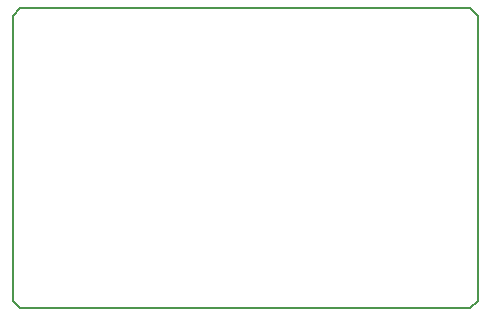
<source format=gm1>
G04*
G04 #@! TF.GenerationSoftware,Altium Limited,Altium Designer,19.1.5 (86)*
G04*
G04 Layer_Color=16711935*
%FSLAX25Y25*%
%MOIN*%
G70*
G01*
G75*
%ADD14C,0.00800*%
D14*
X155000Y-47500D02*
Y47500D01*
X152500Y-50000D02*
X155000Y-47500D01*
X2500Y-50000D02*
X152500D01*
Y50000D02*
X155000Y47500D01*
X2500Y50000D02*
X152500D01*
X0Y-47500D02*
Y47500D01*
X2500Y50000D01*
X0Y-47500D02*
X2500Y-50000D01*
M02*

</source>
